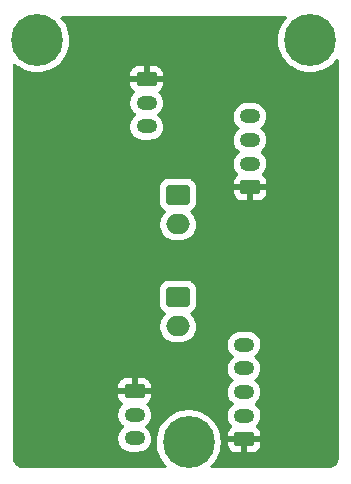
<source format=gbr>
%TF.GenerationSoftware,KiCad,Pcbnew,(6.0.10)*%
%TF.CreationDate,2023-09-05T22:22:05+02:00*%
%TF.ProjectId,incubator_breakout,696e6375-6261-4746-9f72-5f627265616b,rev?*%
%TF.SameCoordinates,Original*%
%TF.FileFunction,Copper,L2,Bot*%
%TF.FilePolarity,Positive*%
%FSLAX46Y46*%
G04 Gerber Fmt 4.6, Leading zero omitted, Abs format (unit mm)*
G04 Created by KiCad (PCBNEW (6.0.10)) date 2023-09-05 22:22:05*
%MOMM*%
%LPD*%
G01*
G04 APERTURE LIST*
G04 Aperture macros list*
%AMRoundRect*
0 Rectangle with rounded corners*
0 $1 Rounding radius*
0 $2 $3 $4 $5 $6 $7 $8 $9 X,Y pos of 4 corners*
0 Add a 4 corners polygon primitive as box body*
4,1,4,$2,$3,$4,$5,$6,$7,$8,$9,$2,$3,0*
0 Add four circle primitives for the rounded corners*
1,1,$1+$1,$2,$3*
1,1,$1+$1,$4,$5*
1,1,$1+$1,$6,$7*
1,1,$1+$1,$8,$9*
0 Add four rect primitives between the rounded corners*
20,1,$1+$1,$2,$3,$4,$5,0*
20,1,$1+$1,$4,$5,$6,$7,0*
20,1,$1+$1,$6,$7,$8,$9,0*
20,1,$1+$1,$8,$9,$2,$3,0*%
G04 Aperture macros list end*
%TA.AperFunction,ComponentPad*%
%ADD10RoundRect,0.250000X-0.750000X0.600000X-0.750000X-0.600000X0.750000X-0.600000X0.750000X0.600000X0*%
%TD*%
%TA.AperFunction,ComponentPad*%
%ADD11O,2.000000X1.700000*%
%TD*%
%TA.AperFunction,ComponentPad*%
%ADD12RoundRect,0.250000X-0.625000X0.350000X-0.625000X-0.350000X0.625000X-0.350000X0.625000X0.350000X0*%
%TD*%
%TA.AperFunction,ComponentPad*%
%ADD13O,1.750000X1.200000*%
%TD*%
%TA.AperFunction,ComponentPad*%
%ADD14RoundRect,0.250000X0.625000X-0.350000X0.625000X0.350000X-0.625000X0.350000X-0.625000X-0.350000X0*%
%TD*%
%TA.AperFunction,ComponentPad*%
%ADD15C,4.400000*%
%TD*%
%TA.AperFunction,ViaPad*%
%ADD16C,0.800000*%
%TD*%
G04 APERTURE END LIST*
D10*
%TO.P,J2,1,Pin_1*%
%TO.N,K-*%
X160528000Y-124079000D03*
D11*
%TO.P,J2,2,Pin_2*%
%TO.N,+5V*%
X160528000Y-126579000D03*
%TD*%
D12*
%TO.P,J1,1,Pin_1*%
%TO.N,GND*%
X156845000Y-132080000D03*
D13*
%TO.P,J1,2,Pin_2*%
%TO.N,Temp*%
X156845000Y-134080000D03*
%TO.P,J1,3,Pin_3*%
%TO.N,+5V*%
X156845000Y-136080000D03*
%TD*%
D14*
%TO.P,J3,1,Pin_1*%
%TO.N,GND*%
X166116000Y-136144000D03*
D13*
%TO.P,J3,2,Pin_2*%
%TO.N,+5V*%
X166116000Y-134144000D03*
%TO.P,J3,3,Pin_3*%
%TO.N,K-*%
X166116000Y-132144000D03*
%TO.P,J3,4,Pin_4*%
%TO.N,Temp*%
X166116000Y-130144000D03*
%TO.P,J3,5,Pin_5*%
%TO.N,+5V*%
X166116000Y-128144000D03*
%TD*%
D14*
%TO.P,J4,1,Pin_1*%
%TO.N,GND*%
X166624000Y-114808000D03*
D13*
%TO.P,J4,2,Pin_2*%
%TO.N,Temp2*%
X166624000Y-112808000D03*
%TO.P,J4,3,Pin_3*%
%TO.N,H_control*%
X166624000Y-110808000D03*
%TO.P,J4,4,Pin_4*%
%TO.N,unconnected-(J4-Pad4)*%
X166624000Y-108808000D03*
%TD*%
D10*
%TO.P,J6,1,Pin_1*%
%TO.N,H-*%
X160528000Y-115443000D03*
D11*
%TO.P,J6,2,Pin_2*%
%TO.N,+5V*%
X160528000Y-117943000D03*
%TD*%
D12*
%TO.P,J5,1,Pin_1*%
%TO.N,GND*%
X157861000Y-105664000D03*
D13*
%TO.P,J5,2,Pin_2*%
%TO.N,Temp2*%
X157861000Y-107664000D03*
%TO.P,J5,3,Pin_3*%
%TO.N,+5V*%
X157861000Y-109664000D03*
%TD*%
D15*
%TO.P,H1,1*%
%TO.N,N/C*%
X171704000Y-102362000D03*
%TD*%
%TO.P,H3,1*%
%TO.N,N/C*%
X148590000Y-102362000D03*
%TD*%
%TO.P,H2,1*%
%TO.N,N/C*%
X161417000Y-136398000D03*
%TD*%
D16*
%TO.N,GND*%
X151130000Y-129540000D03*
X169926000Y-121285000D03*
X169926000Y-122174000D03*
X166751000Y-101981000D03*
X159639000Y-103378000D03*
X168021000Y-105537000D03*
X168656000Y-116967000D03*
X151130000Y-121031000D03*
X160274000Y-110871000D03*
%TD*%
%TA.AperFunction,Conductor*%
%TO.N,GND*%
G36*
X169667297Y-100350502D02*
G01*
X169713790Y-100404158D01*
X169723894Y-100474432D01*
X169694400Y-100539012D01*
X169692702Y-100540819D01*
X169692755Y-100540867D01*
X169690220Y-100543682D01*
X169687513Y-100546347D01*
X169685149Y-100549314D01*
X169685146Y-100549317D01*
X169668220Y-100570558D01*
X169483991Y-100801751D01*
X169312626Y-101079757D01*
X169175902Y-101376336D01*
X169174741Y-101379940D01*
X169174741Y-101379941D01*
X169166196Y-101406477D01*
X169075797Y-101687192D01*
X169075079Y-101690903D01*
X169075078Y-101690907D01*
X169014482Y-102004105D01*
X169014481Y-102004114D01*
X169013763Y-102007824D01*
X168990698Y-102333585D01*
X169006936Y-102659759D01*
X169007577Y-102663490D01*
X169007578Y-102663498D01*
X169022109Y-102748060D01*
X169062241Y-102981619D01*
X169155814Y-103294504D01*
X169286297Y-103593881D01*
X169288220Y-103597152D01*
X169288222Y-103597156D01*
X169330584Y-103669215D01*
X169451802Y-103875414D01*
X169454103Y-103878429D01*
X169647631Y-104132012D01*
X169647636Y-104132017D01*
X169649931Y-104135025D01*
X169709061Y-104195724D01*
X169861510Y-104352216D01*
X169877814Y-104368953D01*
X169950635Y-104427607D01*
X170129196Y-104571431D01*
X170129201Y-104571435D01*
X170132149Y-104573809D01*
X170409253Y-104746627D01*
X170705112Y-104884903D01*
X170708721Y-104886086D01*
X171011197Y-104985243D01*
X171015440Y-104986634D01*
X171335742Y-105050346D01*
X171339514Y-105050633D01*
X171339522Y-105050634D01*
X171657602Y-105074829D01*
X171657607Y-105074829D01*
X171661379Y-105075116D01*
X171987633Y-105060586D01*
X172047425Y-105050634D01*
X172306037Y-105007590D01*
X172306042Y-105007589D01*
X172309778Y-105006967D01*
X172623149Y-104915034D01*
X172626616Y-104913544D01*
X172626620Y-104913543D01*
X172919721Y-104787616D01*
X172919723Y-104787615D01*
X172923205Y-104786119D01*
X173205601Y-104622091D01*
X173466245Y-104425324D01*
X173701363Y-104198670D01*
X173703757Y-104195729D01*
X173703762Y-104195724D01*
X173892788Y-103963541D01*
X173951307Y-103923342D01*
X174022270Y-103921162D01*
X174083147Y-103957694D01*
X174114608Y-104021339D01*
X174116500Y-104043091D01*
X174116500Y-137745633D01*
X174115000Y-137765018D01*
X174111309Y-137788724D01*
X174112473Y-137797626D01*
X174112750Y-137799746D01*
X174113207Y-137828431D01*
X174112289Y-137837755D01*
X174103084Y-137931212D01*
X174098267Y-137955432D01*
X174062134Y-138074546D01*
X174052685Y-138097355D01*
X173994013Y-138207124D01*
X173980295Y-138227655D01*
X173901329Y-138323876D01*
X173883876Y-138341329D01*
X173787655Y-138420295D01*
X173767124Y-138434013D01*
X173657355Y-138492685D01*
X173634546Y-138502134D01*
X173515432Y-138538267D01*
X173491211Y-138543084D01*
X173395191Y-138552541D01*
X173379132Y-138552091D01*
X173379123Y-138552800D01*
X173370147Y-138552690D01*
X173361276Y-138551309D01*
X173352374Y-138552473D01*
X173352372Y-138552473D01*
X173339856Y-138554110D01*
X173329714Y-138555436D01*
X173313379Y-138556500D01*
X163392769Y-138556500D01*
X163324648Y-138536498D01*
X163278155Y-138482842D01*
X163268051Y-138412568D01*
X163297545Y-138347988D01*
X163305321Y-138339787D01*
X163411632Y-138237303D01*
X163411635Y-138237300D01*
X163414363Y-138234670D01*
X163620549Y-137981410D01*
X163711189Y-137837755D01*
X163792788Y-137708428D01*
X163792790Y-137708425D01*
X163794815Y-137705215D01*
X163934638Y-137410084D01*
X163961188Y-137330504D01*
X164036790Y-137103897D01*
X164036792Y-137103891D01*
X164037992Y-137100293D01*
X164103381Y-136780329D01*
X164108171Y-136721447D01*
X164122839Y-136541095D01*
X164733001Y-136541095D01*
X164733338Y-136547614D01*
X164743257Y-136643206D01*
X164746149Y-136656600D01*
X164797588Y-136810784D01*
X164803761Y-136823962D01*
X164889063Y-136961807D01*
X164898099Y-136973208D01*
X165012829Y-137087739D01*
X165024240Y-137096751D01*
X165162243Y-137181816D01*
X165175424Y-137187963D01*
X165329710Y-137239138D01*
X165343086Y-137242005D01*
X165437438Y-137251672D01*
X165443854Y-137252000D01*
X165843885Y-137252000D01*
X165859124Y-137247525D01*
X165860329Y-137246135D01*
X165862000Y-137238452D01*
X165862000Y-137233884D01*
X166370000Y-137233884D01*
X166374475Y-137249123D01*
X166375865Y-137250328D01*
X166383548Y-137251999D01*
X166788095Y-137251999D01*
X166794614Y-137251662D01*
X166890206Y-137241743D01*
X166903600Y-137238851D01*
X167057784Y-137187412D01*
X167070962Y-137181239D01*
X167208807Y-137095937D01*
X167220208Y-137086901D01*
X167334739Y-136972171D01*
X167343751Y-136960760D01*
X167428816Y-136822757D01*
X167434963Y-136809576D01*
X167486138Y-136655290D01*
X167489005Y-136641914D01*
X167498672Y-136547562D01*
X167499000Y-136541146D01*
X167499000Y-136416115D01*
X167494525Y-136400876D01*
X167493135Y-136399671D01*
X167485452Y-136398000D01*
X166388115Y-136398000D01*
X166372876Y-136402475D01*
X166371671Y-136403865D01*
X166370000Y-136411548D01*
X166370000Y-137233884D01*
X165862000Y-137233884D01*
X165862000Y-136416115D01*
X165857525Y-136400876D01*
X165856135Y-136399671D01*
X165848452Y-136398000D01*
X164751116Y-136398000D01*
X164735877Y-136402475D01*
X164734672Y-136403865D01*
X164733001Y-136411548D01*
X164733001Y-136541095D01*
X164122839Y-136541095D01*
X164129674Y-136457061D01*
X164129856Y-136454826D01*
X164130451Y-136398000D01*
X164128510Y-136365796D01*
X164111026Y-136075793D01*
X164111026Y-136075789D01*
X164110798Y-136072015D01*
X164105650Y-136043824D01*
X164052805Y-135754473D01*
X164052804Y-135754469D01*
X164052125Y-135750751D01*
X164050916Y-135746855D01*
X163956404Y-135442477D01*
X163955282Y-135438863D01*
X163821670Y-135140869D01*
X163653226Y-134861084D01*
X163650899Y-134858100D01*
X163650894Y-134858093D01*
X163454726Y-134606558D01*
X163454724Y-134606556D01*
X163452390Y-134603563D01*
X163222070Y-134372034D01*
X162965603Y-134169852D01*
X162833878Y-134089604D01*
X164728787Y-134089604D01*
X164738567Y-134300899D01*
X164739971Y-134306724D01*
X164739971Y-134306725D01*
X164755711Y-134372034D01*
X164788125Y-134506534D01*
X164790607Y-134511992D01*
X164790608Y-134511996D01*
X164832242Y-134603563D01*
X164875674Y-134699087D01*
X164998054Y-134871611D01*
X165002377Y-134875749D01*
X165002381Y-134875754D01*
X165093691Y-134963164D01*
X165129067Y-135024720D01*
X165125548Y-135095629D01*
X165084251Y-135153379D01*
X165072863Y-135161326D01*
X165023193Y-135192063D01*
X165011792Y-135201099D01*
X164897261Y-135315829D01*
X164888249Y-135327240D01*
X164803184Y-135465243D01*
X164797037Y-135478424D01*
X164745862Y-135632710D01*
X164742995Y-135646086D01*
X164733328Y-135740438D01*
X164733000Y-135746855D01*
X164733000Y-135871885D01*
X164737475Y-135887124D01*
X164738865Y-135888329D01*
X164746548Y-135890000D01*
X167480884Y-135890000D01*
X167496123Y-135885525D01*
X167497328Y-135884135D01*
X167498999Y-135876452D01*
X167498999Y-135746905D01*
X167498662Y-135740386D01*
X167488743Y-135644794D01*
X167485851Y-135631400D01*
X167434412Y-135477216D01*
X167428239Y-135464038D01*
X167342937Y-135326193D01*
X167333901Y-135314792D01*
X167219171Y-135200261D01*
X167207760Y-135191249D01*
X167162345Y-135163255D01*
X167114852Y-135110483D01*
X167103428Y-135040411D01*
X167131702Y-134975287D01*
X167150625Y-134956912D01*
X167158920Y-134950396D01*
X167162852Y-134945865D01*
X167162855Y-134945862D01*
X167293621Y-134795167D01*
X167297552Y-134790637D01*
X167300552Y-134785451D01*
X167300555Y-134785447D01*
X167400467Y-134612742D01*
X167403473Y-134607546D01*
X167472861Y-134407729D01*
X167481098Y-134350922D01*
X167502352Y-134204336D01*
X167502352Y-134204333D01*
X167503213Y-134198396D01*
X167493433Y-133987101D01*
X167443875Y-133781466D01*
X167437501Y-133767446D01*
X167358806Y-133594368D01*
X167356326Y-133588913D01*
X167233946Y-133416389D01*
X167081150Y-133270119D01*
X167075255Y-133266312D01*
X167048837Y-133249254D01*
X167002460Y-133195499D01*
X166992507Y-133125203D01*
X167022139Y-133060686D01*
X167039353Y-133044317D01*
X167046446Y-133038746D01*
X167158920Y-132950396D01*
X167162852Y-132945865D01*
X167162855Y-132945862D01*
X167293621Y-132795167D01*
X167297552Y-132790637D01*
X167300552Y-132785451D01*
X167300555Y-132785447D01*
X167400467Y-132612742D01*
X167403473Y-132607546D01*
X167472861Y-132407729D01*
X167482701Y-132339865D01*
X167502352Y-132204336D01*
X167502352Y-132204333D01*
X167503213Y-132198396D01*
X167493433Y-131987101D01*
X167443875Y-131781466D01*
X167400525Y-131686122D01*
X167358806Y-131594368D01*
X167356326Y-131588913D01*
X167233946Y-131416389D01*
X167081150Y-131270119D01*
X167075255Y-131266312D01*
X167048837Y-131249254D01*
X167002460Y-131195499D01*
X166992507Y-131125203D01*
X167022139Y-131060686D01*
X167039353Y-131044317D01*
X167042069Y-131042184D01*
X167158920Y-130950396D01*
X167162852Y-130945865D01*
X167162855Y-130945862D01*
X167293621Y-130795167D01*
X167297552Y-130790637D01*
X167300552Y-130785451D01*
X167300555Y-130785447D01*
X167400467Y-130612742D01*
X167403473Y-130607546D01*
X167472861Y-130407729D01*
X167503213Y-130198396D01*
X167493433Y-129987101D01*
X167443875Y-129781466D01*
X167400525Y-129686122D01*
X167358806Y-129594368D01*
X167356326Y-129588913D01*
X167233946Y-129416389D01*
X167081150Y-129270119D01*
X167075255Y-129266312D01*
X167048837Y-129249254D01*
X167002460Y-129195499D01*
X166992507Y-129125203D01*
X167022139Y-129060686D01*
X167039353Y-129044317D01*
X167046446Y-129038746D01*
X167158920Y-128950396D01*
X167162852Y-128945865D01*
X167162855Y-128945862D01*
X167293621Y-128795167D01*
X167297552Y-128790637D01*
X167300552Y-128785451D01*
X167300555Y-128785447D01*
X167400467Y-128612742D01*
X167403473Y-128607546D01*
X167472861Y-128407729D01*
X167503213Y-128198396D01*
X167493433Y-127987101D01*
X167461819Y-127855923D01*
X167445281Y-127787299D01*
X167445280Y-127787297D01*
X167443875Y-127781466D01*
X167437447Y-127767327D01*
X167358806Y-127594368D01*
X167356326Y-127588913D01*
X167233946Y-127416389D01*
X167081150Y-127270119D01*
X166903452Y-127155380D01*
X166843354Y-127131160D01*
X166712832Y-127078558D01*
X166712829Y-127078557D01*
X166707263Y-127076314D01*
X166499663Y-127035772D01*
X166494101Y-127035500D01*
X165788154Y-127035500D01*
X165630434Y-127050548D01*
X165427466Y-127110092D01*
X165422139Y-127112836D01*
X165422138Y-127112836D01*
X165244751Y-127204196D01*
X165244748Y-127204198D01*
X165239420Y-127206942D01*
X165073080Y-127337604D01*
X165069148Y-127342135D01*
X165069145Y-127342138D01*
X165000474Y-127421275D01*
X164934448Y-127497363D01*
X164931448Y-127502549D01*
X164931445Y-127502553D01*
X164884312Y-127584026D01*
X164828527Y-127680454D01*
X164759139Y-127880271D01*
X164758278Y-127886206D01*
X164758278Y-127886208D01*
X164756955Y-127895337D01*
X164728787Y-128089604D01*
X164738567Y-128300899D01*
X164788125Y-128506534D01*
X164790607Y-128511992D01*
X164790608Y-128511996D01*
X164834053Y-128607546D01*
X164875674Y-128699087D01*
X164998054Y-128871611D01*
X165150850Y-129017881D01*
X165155888Y-129021134D01*
X165183163Y-129038746D01*
X165229540Y-129092501D01*
X165239493Y-129162797D01*
X165209861Y-129227314D01*
X165192649Y-129243681D01*
X165073080Y-129337604D01*
X165069148Y-129342135D01*
X165069145Y-129342138D01*
X165000474Y-129421275D01*
X164934448Y-129497363D01*
X164931448Y-129502549D01*
X164931445Y-129502553D01*
X164884312Y-129584026D01*
X164828527Y-129680454D01*
X164759139Y-129880271D01*
X164728787Y-130089604D01*
X164738567Y-130300899D01*
X164788125Y-130506534D01*
X164790607Y-130511992D01*
X164790608Y-130511996D01*
X164834053Y-130607546D01*
X164875674Y-130699087D01*
X164998054Y-130871611D01*
X165150850Y-131017881D01*
X165155888Y-131021134D01*
X165183163Y-131038746D01*
X165229540Y-131092501D01*
X165239493Y-131162797D01*
X165209861Y-131227314D01*
X165192649Y-131243681D01*
X165073080Y-131337604D01*
X165069148Y-131342135D01*
X165069145Y-131342138D01*
X165000474Y-131421275D01*
X164934448Y-131497363D01*
X164931448Y-131502549D01*
X164931445Y-131502553D01*
X164886182Y-131580794D01*
X164828527Y-131680454D01*
X164759139Y-131880271D01*
X164728787Y-132089604D01*
X164738567Y-132300899D01*
X164788125Y-132506534D01*
X164790607Y-132511992D01*
X164790608Y-132511996D01*
X164834053Y-132607546D01*
X164875674Y-132699087D01*
X164998054Y-132871611D01*
X165150850Y-133017881D01*
X165155888Y-133021134D01*
X165183163Y-133038746D01*
X165229540Y-133092501D01*
X165239493Y-133162797D01*
X165209861Y-133227314D01*
X165192649Y-133243681D01*
X165073080Y-133337604D01*
X165069148Y-133342135D01*
X165069145Y-133342138D01*
X165000474Y-133421275D01*
X164934448Y-133497363D01*
X164931448Y-133502549D01*
X164931445Y-133502553D01*
X164915354Y-133530368D01*
X164828527Y-133680454D01*
X164759139Y-133880271D01*
X164758278Y-133886206D01*
X164758278Y-133886208D01*
X164738067Y-134025604D01*
X164728787Y-134089604D01*
X162833878Y-134089604D01*
X162686705Y-133999945D01*
X162683261Y-133998379D01*
X162683257Y-133998377D01*
X162572667Y-133948095D01*
X162389414Y-133864775D01*
X162078037Y-133766300D01*
X161849370Y-133723299D01*
X161760809Y-133706645D01*
X161760807Y-133706645D01*
X161757086Y-133705945D01*
X161431208Y-133684586D01*
X161427428Y-133684794D01*
X161427427Y-133684794D01*
X161329897Y-133690162D01*
X161105124Y-133702532D01*
X161101397Y-133703193D01*
X161101393Y-133703193D01*
X160987946Y-133723299D01*
X160783557Y-133759522D01*
X160779941Y-133760624D01*
X160779933Y-133760626D01*
X160474789Y-133853627D01*
X160471167Y-133854731D01*
X160172477Y-133986781D01*
X160107221Y-134025604D01*
X159895074Y-134151817D01*
X159895068Y-134151821D01*
X159891814Y-134153757D01*
X159888812Y-134156073D01*
X159645576Y-134343729D01*
X159633244Y-134353243D01*
X159400513Y-134582347D01*
X159398149Y-134585314D01*
X159398146Y-134585317D01*
X159224902Y-134802725D01*
X159196991Y-134837751D01*
X159025626Y-135115757D01*
X159024037Y-135119204D01*
X158928132Y-135327240D01*
X158888902Y-135412336D01*
X158887741Y-135415940D01*
X158887741Y-135415941D01*
X158879196Y-135442477D01*
X158788797Y-135723192D01*
X158788079Y-135726903D01*
X158788078Y-135726907D01*
X158727482Y-136040105D01*
X158727481Y-136040114D01*
X158726763Y-136043824D01*
X158726496Y-136047600D01*
X158726495Y-136047605D01*
X158703966Y-136365796D01*
X158703698Y-136369585D01*
X158707039Y-136436701D01*
X158717987Y-136656600D01*
X158719936Y-136695759D01*
X158720577Y-136699490D01*
X158720578Y-136699498D01*
X158767610Y-136973208D01*
X158775241Y-137017619D01*
X158776329Y-137021258D01*
X158776330Y-137021261D01*
X158842269Y-137241743D01*
X158868814Y-137330504D01*
X158999297Y-137629881D01*
X159001220Y-137633152D01*
X159001222Y-137633156D01*
X159043584Y-137705215D01*
X159164802Y-137911414D01*
X159167103Y-137914429D01*
X159360631Y-138168012D01*
X159360636Y-138168017D01*
X159362931Y-138171025D01*
X159521171Y-138333462D01*
X159530051Y-138342578D01*
X159563258Y-138405330D01*
X159557266Y-138476074D01*
X159513979Y-138532348D01*
X159447140Y-138556286D01*
X159439797Y-138556500D01*
X147369367Y-138556500D01*
X147349982Y-138555000D01*
X147335148Y-138552690D01*
X147335145Y-138552690D01*
X147326276Y-138551309D01*
X147316341Y-138552608D01*
X147315254Y-138552750D01*
X147286569Y-138553207D01*
X147213259Y-138545987D01*
X147183788Y-138543084D01*
X147159568Y-138538267D01*
X147040454Y-138502134D01*
X147017645Y-138492685D01*
X146907876Y-138434013D01*
X146887345Y-138420295D01*
X146791124Y-138341329D01*
X146773671Y-138323876D01*
X146694705Y-138227655D01*
X146680987Y-138207124D01*
X146622315Y-138097355D01*
X146612866Y-138074546D01*
X146576733Y-137955432D01*
X146571916Y-137931212D01*
X146562711Y-137837755D01*
X146562607Y-137814151D01*
X146562768Y-137812354D01*
X146563576Y-137807552D01*
X146563729Y-137795000D01*
X146559773Y-137767376D01*
X146558500Y-137749514D01*
X146558500Y-136025604D01*
X155457787Y-136025604D01*
X155467567Y-136236899D01*
X155468971Y-136242724D01*
X155468971Y-136242725D01*
X155506928Y-136400221D01*
X155517125Y-136442534D01*
X155519607Y-136447992D01*
X155519608Y-136447996D01*
X155561938Y-136541095D01*
X155604674Y-136635087D01*
X155727054Y-136807611D01*
X155879850Y-136953881D01*
X156057548Y-137068620D01*
X156063114Y-137070863D01*
X156248168Y-137145442D01*
X156248171Y-137145443D01*
X156253737Y-137147686D01*
X156461337Y-137188228D01*
X156466899Y-137188500D01*
X157172846Y-137188500D01*
X157330566Y-137173452D01*
X157533534Y-137113908D01*
X157559969Y-137100293D01*
X157716249Y-137019804D01*
X157716252Y-137019802D01*
X157721580Y-137017058D01*
X157887920Y-136886396D01*
X157891852Y-136881865D01*
X157891855Y-136881862D01*
X158022621Y-136731167D01*
X158026552Y-136726637D01*
X158029552Y-136721451D01*
X158029555Y-136721447D01*
X158129467Y-136548742D01*
X158132473Y-136543546D01*
X158201861Y-136343729D01*
X158232213Y-136134396D01*
X158222433Y-135923101D01*
X158180897Y-135750751D01*
X158174281Y-135723299D01*
X158174280Y-135723297D01*
X158172875Y-135717466D01*
X158129525Y-135622122D01*
X158087806Y-135530368D01*
X158085326Y-135524913D01*
X157962946Y-135352389D01*
X157810150Y-135206119D01*
X157804255Y-135202312D01*
X157777837Y-135185254D01*
X157731460Y-135131499D01*
X157721507Y-135061203D01*
X157751139Y-134996686D01*
X157768353Y-134980317D01*
X157774757Y-134975287D01*
X157887920Y-134886396D01*
X157891852Y-134881865D01*
X157891855Y-134881862D01*
X158022621Y-134731167D01*
X158026552Y-134726637D01*
X158029552Y-134721451D01*
X158029555Y-134721447D01*
X158129467Y-134548742D01*
X158132473Y-134543546D01*
X158201861Y-134343729D01*
X158202722Y-134337792D01*
X158231352Y-134140336D01*
X158231352Y-134140333D01*
X158232213Y-134134396D01*
X158222433Y-133923101D01*
X158183277Y-133760626D01*
X158174281Y-133723299D01*
X158174280Y-133723297D01*
X158172875Y-133717466D01*
X158166386Y-133703193D01*
X158087806Y-133530368D01*
X158085326Y-133524913D01*
X157962946Y-133352389D01*
X157958623Y-133348251D01*
X157958619Y-133348246D01*
X157867309Y-133260836D01*
X157831933Y-133199280D01*
X157835452Y-133128371D01*
X157876749Y-133070621D01*
X157888137Y-133062674D01*
X157937807Y-133031937D01*
X157949208Y-133022901D01*
X158063739Y-132908171D01*
X158072751Y-132896760D01*
X158157816Y-132758757D01*
X158163963Y-132745576D01*
X158215138Y-132591290D01*
X158218005Y-132577914D01*
X158227672Y-132483562D01*
X158228000Y-132477146D01*
X158228000Y-132352115D01*
X158223525Y-132336876D01*
X158222135Y-132335671D01*
X158214452Y-132334000D01*
X155480116Y-132334000D01*
X155464877Y-132338475D01*
X155463672Y-132339865D01*
X155462001Y-132347548D01*
X155462001Y-132477095D01*
X155462338Y-132483614D01*
X155472257Y-132579206D01*
X155475149Y-132592600D01*
X155526588Y-132746784D01*
X155532761Y-132759962D01*
X155618063Y-132897807D01*
X155627099Y-132909208D01*
X155741829Y-133023739D01*
X155753240Y-133032751D01*
X155798655Y-133060745D01*
X155846148Y-133113517D01*
X155857572Y-133183589D01*
X155829298Y-133248713D01*
X155810375Y-133267088D01*
X155802080Y-133273604D01*
X155798148Y-133278135D01*
X155798145Y-133278138D01*
X155729474Y-133357275D01*
X155663448Y-133433363D01*
X155660448Y-133438549D01*
X155660445Y-133438553D01*
X155613312Y-133520026D01*
X155557527Y-133616454D01*
X155488139Y-133816271D01*
X155487278Y-133822206D01*
X155487278Y-133822208D01*
X155461735Y-133998377D01*
X155457787Y-134025604D01*
X155467567Y-134236899D01*
X155468971Y-134242724D01*
X155468971Y-134242725D01*
X155500135Y-134372034D01*
X155517125Y-134442534D01*
X155519607Y-134447992D01*
X155519608Y-134447996D01*
X155563053Y-134543546D01*
X155604674Y-134635087D01*
X155727054Y-134807611D01*
X155879850Y-134953881D01*
X155884888Y-134957134D01*
X155912163Y-134974746D01*
X155958540Y-135028501D01*
X155968493Y-135098797D01*
X155938861Y-135163314D01*
X155921649Y-135179681D01*
X155802080Y-135273604D01*
X155798148Y-135278135D01*
X155798145Y-135278138D01*
X155729474Y-135357275D01*
X155663448Y-135433363D01*
X155660448Y-135438549D01*
X155660445Y-135438553D01*
X155613312Y-135520026D01*
X155557527Y-135616454D01*
X155488139Y-135816271D01*
X155487278Y-135822206D01*
X155487278Y-135822208D01*
X155478098Y-135885525D01*
X155457787Y-136025604D01*
X146558500Y-136025604D01*
X146558500Y-131807885D01*
X155462000Y-131807885D01*
X155466475Y-131823124D01*
X155467865Y-131824329D01*
X155475548Y-131826000D01*
X156572885Y-131826000D01*
X156588124Y-131821525D01*
X156589329Y-131820135D01*
X156591000Y-131812452D01*
X156591000Y-131807885D01*
X157099000Y-131807885D01*
X157103475Y-131823124D01*
X157104865Y-131824329D01*
X157112548Y-131826000D01*
X158209884Y-131826000D01*
X158225123Y-131821525D01*
X158226328Y-131820135D01*
X158227999Y-131812452D01*
X158227999Y-131682905D01*
X158227662Y-131676386D01*
X158217743Y-131580794D01*
X158214851Y-131567400D01*
X158163412Y-131413216D01*
X158157239Y-131400038D01*
X158071937Y-131262193D01*
X158062901Y-131250792D01*
X157948171Y-131136261D01*
X157936760Y-131127249D01*
X157798757Y-131042184D01*
X157785576Y-131036037D01*
X157631290Y-130984862D01*
X157617914Y-130981995D01*
X157523562Y-130972328D01*
X157517145Y-130972000D01*
X157117115Y-130972000D01*
X157101876Y-130976475D01*
X157100671Y-130977865D01*
X157099000Y-130985548D01*
X157099000Y-131807885D01*
X156591000Y-131807885D01*
X156591000Y-130990116D01*
X156586525Y-130974877D01*
X156585135Y-130973672D01*
X156577452Y-130972001D01*
X156172905Y-130972001D01*
X156166386Y-130972338D01*
X156070794Y-130982257D01*
X156057400Y-130985149D01*
X155903216Y-131036588D01*
X155890038Y-131042761D01*
X155752193Y-131128063D01*
X155740792Y-131137099D01*
X155626261Y-131251829D01*
X155617249Y-131263240D01*
X155532184Y-131401243D01*
X155526037Y-131414424D01*
X155474862Y-131568710D01*
X155471995Y-131582086D01*
X155462328Y-131676438D01*
X155462000Y-131682855D01*
X155462000Y-131807885D01*
X146558500Y-131807885D01*
X146558500Y-126514774D01*
X159016102Y-126514774D01*
X159024751Y-126745158D01*
X159072093Y-126970791D01*
X159074051Y-126975750D01*
X159074052Y-126975752D01*
X159128190Y-127112836D01*
X159156776Y-127185221D01*
X159159543Y-127189780D01*
X159159544Y-127189783D01*
X159172204Y-127210646D01*
X159276377Y-127382317D01*
X159279874Y-127386347D01*
X159372278Y-127492833D01*
X159427477Y-127556445D01*
X159431608Y-127559832D01*
X159601627Y-127699240D01*
X159601633Y-127699244D01*
X159605755Y-127702624D01*
X159610391Y-127705263D01*
X159610394Y-127705265D01*
X159719422Y-127767327D01*
X159806114Y-127816675D01*
X160022825Y-127895337D01*
X160028074Y-127896286D01*
X160028077Y-127896287D01*
X160245608Y-127935623D01*
X160245615Y-127935624D01*
X160249692Y-127936361D01*
X160267414Y-127937197D01*
X160272356Y-127937430D01*
X160272363Y-127937430D01*
X160273844Y-127937500D01*
X160735890Y-127937500D01*
X160802809Y-127931822D01*
X160902409Y-127923371D01*
X160902413Y-127923370D01*
X160907720Y-127922920D01*
X160912875Y-127921582D01*
X160912881Y-127921581D01*
X161125703Y-127866343D01*
X161125707Y-127866342D01*
X161130872Y-127865001D01*
X161135738Y-127862809D01*
X161135741Y-127862808D01*
X161336202Y-127772507D01*
X161341075Y-127770312D01*
X161532319Y-127641559D01*
X161699135Y-127482424D01*
X161836754Y-127297458D01*
X161848547Y-127274264D01*
X161910130Y-127153137D01*
X161941240Y-127091949D01*
X161954096Y-127050548D01*
X162008024Y-126876871D01*
X162009607Y-126871773D01*
X162010308Y-126866484D01*
X162039198Y-126648511D01*
X162039198Y-126648506D01*
X162039898Y-126643226D01*
X162031249Y-126412842D01*
X161983907Y-126187209D01*
X161899224Y-125972779D01*
X161779623Y-125775683D01*
X161692755Y-125675576D01*
X161632023Y-125605588D01*
X161632021Y-125605586D01*
X161628523Y-125601555D01*
X161592880Y-125572330D01*
X161552886Y-125513671D01*
X161550954Y-125442701D01*
X161587698Y-125381952D01*
X161606468Y-125367752D01*
X161746120Y-125281332D01*
X161752348Y-125277478D01*
X161877305Y-125152303D01*
X161970115Y-125001738D01*
X162025797Y-124833861D01*
X162036500Y-124729400D01*
X162036500Y-123428600D01*
X162025526Y-123322834D01*
X161969550Y-123155054D01*
X161876478Y-123004652D01*
X161751303Y-122879695D01*
X161745072Y-122875854D01*
X161606968Y-122790725D01*
X161606966Y-122790724D01*
X161600738Y-122786885D01*
X161440254Y-122733655D01*
X161439389Y-122733368D01*
X161439387Y-122733368D01*
X161432861Y-122731203D01*
X161426025Y-122730503D01*
X161426022Y-122730502D01*
X161382969Y-122726091D01*
X161328400Y-122720500D01*
X159727600Y-122720500D01*
X159724354Y-122720837D01*
X159724350Y-122720837D01*
X159628692Y-122730762D01*
X159628688Y-122730763D01*
X159621834Y-122731474D01*
X159615298Y-122733655D01*
X159615296Y-122733655D01*
X159483194Y-122777728D01*
X159454054Y-122787450D01*
X159303652Y-122880522D01*
X159178695Y-123005697D01*
X159085885Y-123156262D01*
X159030203Y-123324139D01*
X159019500Y-123428600D01*
X159019500Y-124729400D01*
X159030474Y-124835166D01*
X159086450Y-125002946D01*
X159179522Y-125153348D01*
X159304697Y-125278305D01*
X159450340Y-125368081D01*
X159497832Y-125420852D01*
X159509256Y-125490924D01*
X159480982Y-125556048D01*
X159471195Y-125566510D01*
X159356865Y-125675576D01*
X159219246Y-125860542D01*
X159114760Y-126066051D01*
X159113178Y-126071145D01*
X159113177Y-126071148D01*
X159051115Y-126271020D01*
X159046393Y-126286227D01*
X159045692Y-126291516D01*
X159030304Y-126407623D01*
X159016102Y-126514774D01*
X146558500Y-126514774D01*
X146558500Y-117878774D01*
X159016102Y-117878774D01*
X159024751Y-118109158D01*
X159072093Y-118334791D01*
X159156776Y-118549221D01*
X159276377Y-118746317D01*
X159279874Y-118750347D01*
X159366438Y-118850103D01*
X159427477Y-118920445D01*
X159431608Y-118923832D01*
X159601627Y-119063240D01*
X159601633Y-119063244D01*
X159605755Y-119066624D01*
X159610391Y-119069263D01*
X159610394Y-119069265D01*
X159719422Y-119131327D01*
X159806114Y-119180675D01*
X160022825Y-119259337D01*
X160028074Y-119260286D01*
X160028077Y-119260287D01*
X160245608Y-119299623D01*
X160245615Y-119299624D01*
X160249692Y-119300361D01*
X160267414Y-119301197D01*
X160272356Y-119301430D01*
X160272363Y-119301430D01*
X160273844Y-119301500D01*
X160735890Y-119301500D01*
X160802809Y-119295822D01*
X160902409Y-119287371D01*
X160902413Y-119287370D01*
X160907720Y-119286920D01*
X160912875Y-119285582D01*
X160912881Y-119285581D01*
X161125703Y-119230343D01*
X161125707Y-119230342D01*
X161130872Y-119229001D01*
X161135738Y-119226809D01*
X161135741Y-119226808D01*
X161336202Y-119136507D01*
X161341075Y-119134312D01*
X161532319Y-119005559D01*
X161699135Y-118846424D01*
X161836754Y-118661458D01*
X161941240Y-118455949D01*
X161977321Y-118339752D01*
X162008024Y-118240871D01*
X162009607Y-118235773D01*
X162010308Y-118230484D01*
X162039198Y-118012511D01*
X162039198Y-118012506D01*
X162039898Y-118007226D01*
X162031249Y-117776842D01*
X161983907Y-117551209D01*
X161899224Y-117336779D01*
X161779623Y-117139683D01*
X161692755Y-117039576D01*
X161632023Y-116969588D01*
X161632021Y-116969586D01*
X161628523Y-116965555D01*
X161592880Y-116936330D01*
X161552886Y-116877671D01*
X161550954Y-116806701D01*
X161587698Y-116745952D01*
X161606468Y-116731752D01*
X161746120Y-116645332D01*
X161752348Y-116641478D01*
X161877305Y-116516303D01*
X161970115Y-116365738D01*
X162025797Y-116197861D01*
X162036500Y-116093400D01*
X162036500Y-115205095D01*
X165241001Y-115205095D01*
X165241338Y-115211614D01*
X165251257Y-115307206D01*
X165254149Y-115320600D01*
X165305588Y-115474784D01*
X165311761Y-115487962D01*
X165397063Y-115625807D01*
X165406099Y-115637208D01*
X165520829Y-115751739D01*
X165532240Y-115760751D01*
X165670243Y-115845816D01*
X165683424Y-115851963D01*
X165837710Y-115903138D01*
X165851086Y-115906005D01*
X165945438Y-115915672D01*
X165951854Y-115916000D01*
X166351885Y-115916000D01*
X166367124Y-115911525D01*
X166368329Y-115910135D01*
X166370000Y-115902452D01*
X166370000Y-115897884D01*
X166878000Y-115897884D01*
X166882475Y-115913123D01*
X166883865Y-115914328D01*
X166891548Y-115915999D01*
X167296095Y-115915999D01*
X167302614Y-115915662D01*
X167398206Y-115905743D01*
X167411600Y-115902851D01*
X167565784Y-115851412D01*
X167578962Y-115845239D01*
X167716807Y-115759937D01*
X167728208Y-115750901D01*
X167842739Y-115636171D01*
X167851751Y-115624760D01*
X167936816Y-115486757D01*
X167942963Y-115473576D01*
X167994138Y-115319290D01*
X167997005Y-115305914D01*
X168006672Y-115211562D01*
X168007000Y-115205146D01*
X168007000Y-115080115D01*
X168002525Y-115064876D01*
X168001135Y-115063671D01*
X167993452Y-115062000D01*
X166896115Y-115062000D01*
X166880876Y-115066475D01*
X166879671Y-115067865D01*
X166878000Y-115075548D01*
X166878000Y-115897884D01*
X166370000Y-115897884D01*
X166370000Y-115080115D01*
X166365525Y-115064876D01*
X166364135Y-115063671D01*
X166356452Y-115062000D01*
X165259116Y-115062000D01*
X165243877Y-115066475D01*
X165242672Y-115067865D01*
X165241001Y-115075548D01*
X165241001Y-115205095D01*
X162036500Y-115205095D01*
X162036500Y-114792600D01*
X162025526Y-114686834D01*
X161969550Y-114519054D01*
X161876478Y-114368652D01*
X161751303Y-114243695D01*
X161745072Y-114239854D01*
X161606968Y-114154725D01*
X161606966Y-114154724D01*
X161600738Y-114150885D01*
X161440254Y-114097655D01*
X161439389Y-114097368D01*
X161439387Y-114097368D01*
X161432861Y-114095203D01*
X161426025Y-114094503D01*
X161426022Y-114094502D01*
X161382969Y-114090091D01*
X161328400Y-114084500D01*
X159727600Y-114084500D01*
X159724354Y-114084837D01*
X159724350Y-114084837D01*
X159628692Y-114094762D01*
X159628688Y-114094763D01*
X159621834Y-114095474D01*
X159615298Y-114097655D01*
X159615296Y-114097655D01*
X159524228Y-114128038D01*
X159454054Y-114151450D01*
X159303652Y-114244522D01*
X159178695Y-114369697D01*
X159085885Y-114520262D01*
X159030203Y-114688139D01*
X159019500Y-114792600D01*
X159019500Y-116093400D01*
X159030474Y-116199166D01*
X159086450Y-116366946D01*
X159179522Y-116517348D01*
X159304697Y-116642305D01*
X159450340Y-116732081D01*
X159497832Y-116784852D01*
X159509256Y-116854924D01*
X159480982Y-116920048D01*
X159471195Y-116930510D01*
X159356865Y-117039576D01*
X159219246Y-117224542D01*
X159114760Y-117430051D01*
X159113178Y-117435145D01*
X159113177Y-117435148D01*
X159051115Y-117635020D01*
X159046393Y-117650227D01*
X159045692Y-117655516D01*
X159030304Y-117771623D01*
X159016102Y-117878774D01*
X146558500Y-117878774D01*
X146558500Y-112753604D01*
X165236787Y-112753604D01*
X165246567Y-112964899D01*
X165296125Y-113170534D01*
X165298607Y-113175992D01*
X165298608Y-113175996D01*
X165342053Y-113271546D01*
X165383674Y-113363087D01*
X165506054Y-113535611D01*
X165510377Y-113539749D01*
X165510381Y-113539754D01*
X165601691Y-113627164D01*
X165637067Y-113688720D01*
X165633548Y-113759629D01*
X165592251Y-113817379D01*
X165580863Y-113825326D01*
X165531193Y-113856063D01*
X165519792Y-113865099D01*
X165405261Y-113979829D01*
X165396249Y-113991240D01*
X165311184Y-114129243D01*
X165305037Y-114142424D01*
X165253862Y-114296710D01*
X165250995Y-114310086D01*
X165241328Y-114404438D01*
X165241000Y-114410855D01*
X165241000Y-114535885D01*
X165245475Y-114551124D01*
X165246865Y-114552329D01*
X165254548Y-114554000D01*
X167988884Y-114554000D01*
X168004123Y-114549525D01*
X168005328Y-114548135D01*
X168006999Y-114540452D01*
X168006999Y-114410905D01*
X168006662Y-114404386D01*
X167996743Y-114308794D01*
X167993851Y-114295400D01*
X167942412Y-114141216D01*
X167936239Y-114128038D01*
X167850937Y-113990193D01*
X167841901Y-113978792D01*
X167727171Y-113864261D01*
X167715760Y-113855249D01*
X167670345Y-113827255D01*
X167622852Y-113774483D01*
X167611428Y-113704411D01*
X167639702Y-113639287D01*
X167658625Y-113620912D01*
X167666920Y-113614396D01*
X167670852Y-113609865D01*
X167670855Y-113609862D01*
X167801621Y-113459167D01*
X167805552Y-113454637D01*
X167808552Y-113449451D01*
X167808555Y-113449447D01*
X167908467Y-113276742D01*
X167911473Y-113271546D01*
X167980861Y-113071729D01*
X168011213Y-112862396D01*
X168001433Y-112651101D01*
X167951875Y-112445466D01*
X167908525Y-112350122D01*
X167866806Y-112258368D01*
X167864326Y-112252913D01*
X167741946Y-112080389D01*
X167589150Y-111934119D01*
X167583255Y-111930312D01*
X167556837Y-111913254D01*
X167510460Y-111859499D01*
X167500507Y-111789203D01*
X167530139Y-111724686D01*
X167547353Y-111708317D01*
X167554446Y-111702746D01*
X167666920Y-111614396D01*
X167670852Y-111609865D01*
X167670855Y-111609862D01*
X167801621Y-111459167D01*
X167805552Y-111454637D01*
X167808552Y-111449451D01*
X167808555Y-111449447D01*
X167908467Y-111276742D01*
X167911473Y-111271546D01*
X167980861Y-111071729D01*
X168011213Y-110862396D01*
X168001433Y-110651101D01*
X167957883Y-110470396D01*
X167953281Y-110451299D01*
X167953280Y-110451297D01*
X167951875Y-110445466D01*
X167927389Y-110391611D01*
X167866806Y-110258368D01*
X167864326Y-110252913D01*
X167741946Y-110080389D01*
X167589150Y-109934119D01*
X167570059Y-109921792D01*
X167556837Y-109913254D01*
X167510460Y-109859499D01*
X167500507Y-109789203D01*
X167530139Y-109724686D01*
X167547353Y-109708317D01*
X167554446Y-109702746D01*
X167666920Y-109614396D01*
X167670852Y-109609865D01*
X167670855Y-109609862D01*
X167801621Y-109459167D01*
X167805552Y-109454637D01*
X167808552Y-109449451D01*
X167808555Y-109449447D01*
X167908467Y-109276742D01*
X167911473Y-109271546D01*
X167980861Y-109071729D01*
X167999776Y-108941275D01*
X168010352Y-108868336D01*
X168010352Y-108868333D01*
X168011213Y-108862396D01*
X168001433Y-108651101D01*
X167957883Y-108470396D01*
X167953281Y-108451299D01*
X167953280Y-108451297D01*
X167951875Y-108445466D01*
X167927389Y-108391611D01*
X167866806Y-108258368D01*
X167864326Y-108252913D01*
X167741946Y-108080389D01*
X167589150Y-107934119D01*
X167411452Y-107819380D01*
X167351354Y-107795160D01*
X167220832Y-107742558D01*
X167220829Y-107742557D01*
X167215263Y-107740314D01*
X167007663Y-107699772D01*
X167002101Y-107699500D01*
X166296154Y-107699500D01*
X166138434Y-107714548D01*
X165935466Y-107774092D01*
X165930139Y-107776836D01*
X165930138Y-107776836D01*
X165752751Y-107868196D01*
X165752748Y-107868198D01*
X165747420Y-107870942D01*
X165581080Y-108001604D01*
X165577148Y-108006135D01*
X165577145Y-108006138D01*
X165508474Y-108085275D01*
X165442448Y-108161363D01*
X165439448Y-108166549D01*
X165439445Y-108166553D01*
X165392312Y-108248026D01*
X165336527Y-108344454D01*
X165267139Y-108544271D01*
X165266278Y-108550206D01*
X165266278Y-108550208D01*
X165247054Y-108682797D01*
X165236787Y-108753604D01*
X165246567Y-108964899D01*
X165247971Y-108970724D01*
X165247971Y-108970725D01*
X165280097Y-109104026D01*
X165296125Y-109170534D01*
X165298607Y-109175992D01*
X165298608Y-109175996D01*
X165342053Y-109271546D01*
X165383674Y-109363087D01*
X165506054Y-109535611D01*
X165658850Y-109681881D01*
X165663888Y-109685134D01*
X165691163Y-109702746D01*
X165737540Y-109756501D01*
X165747493Y-109826797D01*
X165717861Y-109891314D01*
X165700649Y-109907681D01*
X165581080Y-110001604D01*
X165577148Y-110006135D01*
X165577145Y-110006138D01*
X165508474Y-110085275D01*
X165442448Y-110161363D01*
X165439448Y-110166549D01*
X165439445Y-110166553D01*
X165392312Y-110248026D01*
X165336527Y-110344454D01*
X165267139Y-110544271D01*
X165266278Y-110550206D01*
X165266278Y-110550208D01*
X165244863Y-110697908D01*
X165236787Y-110753604D01*
X165246567Y-110964899D01*
X165296125Y-111170534D01*
X165298607Y-111175992D01*
X165298608Y-111175996D01*
X165342053Y-111271546D01*
X165383674Y-111363087D01*
X165506054Y-111535611D01*
X165658850Y-111681881D01*
X165663888Y-111685134D01*
X165691163Y-111702746D01*
X165737540Y-111756501D01*
X165747493Y-111826797D01*
X165717861Y-111891314D01*
X165700649Y-111907681D01*
X165581080Y-112001604D01*
X165577148Y-112006135D01*
X165577145Y-112006138D01*
X165508474Y-112085275D01*
X165442448Y-112161363D01*
X165439448Y-112166549D01*
X165439445Y-112166553D01*
X165392312Y-112248026D01*
X165336527Y-112344454D01*
X165267139Y-112544271D01*
X165236787Y-112753604D01*
X146558500Y-112753604D01*
X146558500Y-109609604D01*
X156473787Y-109609604D01*
X156483567Y-109820899D01*
X156484971Y-109826724D01*
X156484971Y-109826725D01*
X156528210Y-110006138D01*
X156533125Y-110026534D01*
X156535607Y-110031992D01*
X156535608Y-110031996D01*
X156579053Y-110127546D01*
X156620674Y-110219087D01*
X156743054Y-110391611D01*
X156895850Y-110537881D01*
X157073548Y-110652620D01*
X157079114Y-110654863D01*
X157264168Y-110729442D01*
X157264171Y-110729443D01*
X157269737Y-110731686D01*
X157477337Y-110772228D01*
X157482899Y-110772500D01*
X158188846Y-110772500D01*
X158346566Y-110757452D01*
X158549534Y-110697908D01*
X158554862Y-110695164D01*
X158732249Y-110603804D01*
X158732252Y-110603802D01*
X158737580Y-110601058D01*
X158903920Y-110470396D01*
X158907852Y-110465865D01*
X158907855Y-110465862D01*
X159038621Y-110315167D01*
X159042552Y-110310637D01*
X159045552Y-110305451D01*
X159045555Y-110305447D01*
X159145467Y-110132742D01*
X159148473Y-110127546D01*
X159217861Y-109927729D01*
X159236871Y-109796620D01*
X159247352Y-109724336D01*
X159247352Y-109724333D01*
X159248213Y-109718396D01*
X159238433Y-109507101D01*
X159188875Y-109301466D01*
X159145525Y-109206122D01*
X159131827Y-109175996D01*
X159101326Y-109108913D01*
X158978946Y-108936389D01*
X158826150Y-108790119D01*
X158820255Y-108786312D01*
X158793837Y-108769254D01*
X158747460Y-108715499D01*
X158737507Y-108645203D01*
X158767139Y-108580686D01*
X158784353Y-108564317D01*
X158791446Y-108558746D01*
X158903920Y-108470396D01*
X158907852Y-108465865D01*
X158907855Y-108465862D01*
X159038621Y-108315167D01*
X159042552Y-108310637D01*
X159045552Y-108305451D01*
X159045555Y-108305447D01*
X159145467Y-108132742D01*
X159148473Y-108127546D01*
X159217861Y-107927729D01*
X159239740Y-107776836D01*
X159247352Y-107724336D01*
X159247352Y-107724333D01*
X159248213Y-107718396D01*
X159238433Y-107507101D01*
X159188875Y-107301466D01*
X159145525Y-107206122D01*
X159103806Y-107114368D01*
X159101326Y-107108913D01*
X158978946Y-106936389D01*
X158974623Y-106932251D01*
X158974619Y-106932246D01*
X158883309Y-106844836D01*
X158847933Y-106783280D01*
X158851452Y-106712371D01*
X158892749Y-106654621D01*
X158904137Y-106646674D01*
X158953807Y-106615937D01*
X158965208Y-106606901D01*
X159079739Y-106492171D01*
X159088751Y-106480760D01*
X159173816Y-106342757D01*
X159179963Y-106329576D01*
X159231138Y-106175290D01*
X159234005Y-106161914D01*
X159243672Y-106067562D01*
X159244000Y-106061146D01*
X159244000Y-105936115D01*
X159239525Y-105920876D01*
X159238135Y-105919671D01*
X159230452Y-105918000D01*
X156496116Y-105918000D01*
X156480877Y-105922475D01*
X156479672Y-105923865D01*
X156478001Y-105931548D01*
X156478001Y-106061095D01*
X156478338Y-106067614D01*
X156488257Y-106163206D01*
X156491149Y-106176600D01*
X156542588Y-106330784D01*
X156548761Y-106343962D01*
X156634063Y-106481807D01*
X156643099Y-106493208D01*
X156757829Y-106607739D01*
X156769240Y-106616751D01*
X156814655Y-106644745D01*
X156862148Y-106697517D01*
X156873572Y-106767589D01*
X156845298Y-106832713D01*
X156826375Y-106851088D01*
X156818080Y-106857604D01*
X156814148Y-106862135D01*
X156814145Y-106862138D01*
X156745474Y-106941275D01*
X156679448Y-107017363D01*
X156676448Y-107022549D01*
X156676445Y-107022553D01*
X156629312Y-107104026D01*
X156573527Y-107200454D01*
X156504139Y-107400271D01*
X156473787Y-107609604D01*
X156483567Y-107820899D01*
X156484971Y-107826724D01*
X156484971Y-107826725D01*
X156528210Y-108006138D01*
X156533125Y-108026534D01*
X156535607Y-108031992D01*
X156535608Y-108031996D01*
X156579053Y-108127546D01*
X156620674Y-108219087D01*
X156743054Y-108391611D01*
X156895850Y-108537881D01*
X156900888Y-108541134D01*
X156928163Y-108558746D01*
X156974540Y-108612501D01*
X156984493Y-108682797D01*
X156954861Y-108747314D01*
X156937649Y-108763681D01*
X156818080Y-108857604D01*
X156814148Y-108862135D01*
X156814145Y-108862138D01*
X156745474Y-108941275D01*
X156679448Y-109017363D01*
X156676448Y-109022549D01*
X156676445Y-109022553D01*
X156629312Y-109104026D01*
X156573527Y-109200454D01*
X156504139Y-109400271D01*
X156503278Y-109406206D01*
X156503278Y-109406208D01*
X156484516Y-109535611D01*
X156473787Y-109609604D01*
X146558500Y-109609604D01*
X146558500Y-105391885D01*
X156478000Y-105391885D01*
X156482475Y-105407124D01*
X156483865Y-105408329D01*
X156491548Y-105410000D01*
X157588885Y-105410000D01*
X157604124Y-105405525D01*
X157605329Y-105404135D01*
X157607000Y-105396452D01*
X157607000Y-105391885D01*
X158115000Y-105391885D01*
X158119475Y-105407124D01*
X158120865Y-105408329D01*
X158128548Y-105410000D01*
X159225884Y-105410000D01*
X159241123Y-105405525D01*
X159242328Y-105404135D01*
X159243999Y-105396452D01*
X159243999Y-105266905D01*
X159243662Y-105260386D01*
X159233743Y-105164794D01*
X159230851Y-105151400D01*
X159179412Y-104997216D01*
X159173239Y-104984038D01*
X159087937Y-104846193D01*
X159078901Y-104834792D01*
X158964171Y-104720261D01*
X158952760Y-104711249D01*
X158814757Y-104626184D01*
X158801576Y-104620037D01*
X158647290Y-104568862D01*
X158633914Y-104565995D01*
X158539562Y-104556328D01*
X158533145Y-104556000D01*
X158133115Y-104556000D01*
X158117876Y-104560475D01*
X158116671Y-104561865D01*
X158115000Y-104569548D01*
X158115000Y-105391885D01*
X157607000Y-105391885D01*
X157607000Y-104574116D01*
X157602525Y-104558877D01*
X157601135Y-104557672D01*
X157593452Y-104556001D01*
X157188905Y-104556001D01*
X157182386Y-104556338D01*
X157086794Y-104566257D01*
X157073400Y-104569149D01*
X156919216Y-104620588D01*
X156906038Y-104626761D01*
X156768193Y-104712063D01*
X156756792Y-104721099D01*
X156642261Y-104835829D01*
X156633249Y-104847240D01*
X156548184Y-104985243D01*
X156542037Y-104998424D01*
X156490862Y-105152710D01*
X156487995Y-105166086D01*
X156478328Y-105260438D01*
X156478000Y-105266855D01*
X156478000Y-105391885D01*
X146558500Y-105391885D01*
X146558500Y-104466830D01*
X146578502Y-104398709D01*
X146632158Y-104352216D01*
X146702432Y-104342112D01*
X146762596Y-104370466D01*
X146763814Y-104368953D01*
X147015196Y-104571431D01*
X147015201Y-104571435D01*
X147018149Y-104573809D01*
X147295253Y-104746627D01*
X147591112Y-104884903D01*
X147594721Y-104886086D01*
X147897197Y-104985243D01*
X147901440Y-104986634D01*
X148221742Y-105050346D01*
X148225514Y-105050633D01*
X148225522Y-105050634D01*
X148543602Y-105074829D01*
X148543607Y-105074829D01*
X148547379Y-105075116D01*
X148873633Y-105060586D01*
X148933425Y-105050634D01*
X149192037Y-105007590D01*
X149192042Y-105007589D01*
X149195778Y-105006967D01*
X149509149Y-104915034D01*
X149512616Y-104913544D01*
X149512620Y-104913543D01*
X149805721Y-104787616D01*
X149805723Y-104787615D01*
X149809205Y-104786119D01*
X150091601Y-104622091D01*
X150352245Y-104425324D01*
X150587363Y-104198670D01*
X150778788Y-103963541D01*
X150791155Y-103948351D01*
X150791158Y-103948347D01*
X150793549Y-103945410D01*
X150967815Y-103669215D01*
X151107638Y-103374084D01*
X151134188Y-103294504D01*
X151209790Y-103067897D01*
X151209792Y-103067891D01*
X151210992Y-103064293D01*
X151276381Y-102744329D01*
X151282956Y-102663498D01*
X151302674Y-102421061D01*
X151302856Y-102418826D01*
X151303451Y-102362000D01*
X151301510Y-102329796D01*
X151284026Y-102039793D01*
X151284026Y-102039789D01*
X151283798Y-102036015D01*
X151278650Y-102007824D01*
X151225805Y-101718473D01*
X151225804Y-101718469D01*
X151225125Y-101714751D01*
X151217722Y-101690907D01*
X151129404Y-101406477D01*
X151128282Y-101402863D01*
X150994670Y-101104869D01*
X150826226Y-100825084D01*
X150823899Y-100822100D01*
X150823894Y-100822093D01*
X150627726Y-100570558D01*
X150627724Y-100570556D01*
X150625390Y-100567563D01*
X150603303Y-100545360D01*
X150569443Y-100482961D01*
X150574693Y-100412158D01*
X150617388Y-100355434D01*
X150683973Y-100330798D01*
X150692633Y-100330500D01*
X169599176Y-100330500D01*
X169667297Y-100350502D01*
G37*
%TD.AperFunction*%
%TD*%
M02*

</source>
